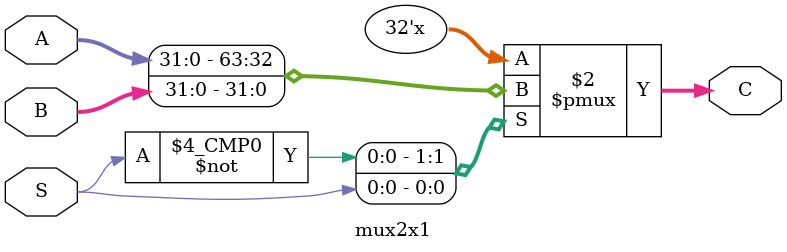
<source format=v>
module datapath (clk1,clk2,clk3,reset,IMMs,RW,ALUsrc,ALUop,sub,PCsrc,MRW,MTR,Cout,Z,N,M,x0,x2,x3,x4,x5,count,C,I);
	input clk1,clk2,clk3,reset;
	input RW,ALUsrc,PCsrc,MRW,MTR,sub;
	input [1:0] IMMs;
	input [2:0] ALUop;
	output [31:0] I,x0,x2,x3,x4,x5,C;
	output [7:0] count;
	output Cout,Z,N,M;
	
	wire [7:0] PC,PCnext;
	PC inst0 (clk1, reset,PCnext,PC);
	// PC(clk, rst, PC4, PC)
	assign count = PC;
	
	ROM inst2 (PC,I);
	
	wire [4:0] RD,RS1,RS2;
	ID inst3 (I,RD,RS1,RS2);
	
	wire [31:0] A,B,B1,B2,C1,C2;
	RegFile inst4(A,B1,C,RS1,RS2,RD,clk3,reset,RW,x0,x2,x3,x4,x5);
	ImmGen inst5(I,B2,IMMs);
	
	mux2x1 toALU(B1,B2,ALUsrc,B);
	
	ALU inst6(A,B,1'b0,ALUop,sub,C1,Cout,Z,N,M);
	ram256x32 inst7(B1,C2,C1,MRW,clk2);
	//ram256x32(D, F, Adr, RW, clk)
	mux2x1 toReg(C2,C1,MTR,C);
	mux2x1 toPC(PC+3'b100,PC+B2,PCsrc,PCnext);
	
endmodule

module mux2x1 (A,B,S,C);
	input [31:0] A,B;
	input S;
	output reg[31:0] C;
	
	always @(A,B,S) begin
	case (S)
		1'b0: C <= A;
		1'b1: C <= B;
		endcase
	end
	
endmodule
</source>
